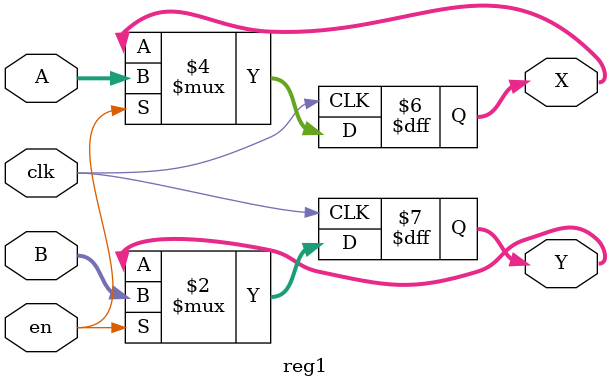
<source format=v>
`timescale 1ns / 1ps
module reg1(
    input [63:0] A,
    input [63:0] B,
    output reg [63:0] X,
    output reg [63:0] Y,
    input clk,
    input en
    );
always @(posedge clk)
begin
	if(en)
	begin
		X<=A;
		Y<=B;
	end
end


endmodule

</source>
